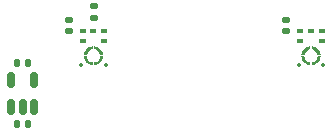
<source format=gbr>
%TF.GenerationSoftware,KiCad,Pcbnew,9.0.2-9.0.2-0~ubuntu24.10.1*%
%TF.CreationDate,2025-07-15T18:49:15-04:00*%
%TF.ProjectId,T5848,54353834-382e-46b6-9963-61645f706362,rev?*%
%TF.SameCoordinates,Original*%
%TF.FileFunction,Paste,Bot*%
%TF.FilePolarity,Positive*%
%FSLAX46Y46*%
G04 Gerber Fmt 4.6, Leading zero omitted, Abs format (unit mm)*
G04 Created by KiCad (PCBNEW 9.0.2-9.0.2-0~ubuntu24.10.1) date 2025-07-15 18:49:15*
%MOMM*%
%LPD*%
G01*
G04 APERTURE LIST*
G04 Aperture macros list*
%AMRoundRect*
0 Rectangle with rounded corners*
0 $1 Rounding radius*
0 $2 $3 $4 $5 $6 $7 $8 $9 X,Y pos of 4 corners*
0 Add a 4 corners polygon primitive as box body*
4,1,4,$2,$3,$4,$5,$6,$7,$8,$9,$2,$3,0*
0 Add four circle primitives for the rounded corners*
1,1,$1+$1,$2,$3*
1,1,$1+$1,$4,$5*
1,1,$1+$1,$6,$7*
1,1,$1+$1,$8,$9*
0 Add four rect primitives between the rounded corners*
20,1,$1+$1,$2,$3,$4,$5,0*
20,1,$1+$1,$4,$5,$6,$7,0*
20,1,$1+$1,$6,$7,$8,$9,0*
20,1,$1+$1,$8,$9,$2,$3,0*%
G04 Aperture macros list end*
%ADD10C,0.000000*%
%ADD11RoundRect,0.140000X0.170000X-0.140000X0.170000X0.140000X-0.170000X0.140000X-0.170000X-0.140000X0*%
%ADD12RoundRect,0.105500X0.144500X0.105500X-0.144500X0.105500X-0.144500X-0.105500X0.144500X-0.105500X0*%
%ADD13RoundRect,0.067500X0.067500X0.067500X-0.067500X0.067500X-0.067500X-0.067500X0.067500X-0.067500X0*%
%ADD14RoundRect,0.140000X0.140000X0.170000X-0.140000X0.170000X-0.140000X-0.170000X0.140000X-0.170000X0*%
%ADD15RoundRect,0.135000X0.185000X-0.135000X0.185000X0.135000X-0.185000X0.135000X-0.185000X-0.135000X0*%
%ADD16RoundRect,0.150000X0.150000X-0.512500X0.150000X0.512500X-0.150000X0.512500X-0.150000X-0.512500X0*%
G04 APERTURE END LIST*
D10*
%TO.C,MK2*%
G36*
X157170700Y-105869800D02*
G01*
X157212900Y-105973200D01*
X157274700Y-106066300D01*
X157353700Y-106145300D01*
X157446800Y-106207100D01*
X157550200Y-106249300D01*
X157660000Y-106270300D01*
X157660000Y-106521000D01*
X157494500Y-106493400D01*
X157338300Y-106432500D01*
X157197800Y-106340800D01*
X157079200Y-106222200D01*
X156987500Y-106081700D01*
X156926600Y-105925500D01*
X156899000Y-105760000D01*
X157149700Y-105760000D01*
X157170700Y-105869800D01*
G37*
G36*
X157660000Y-105149700D02*
G01*
X157550200Y-105170700D01*
X157446800Y-105212900D01*
X157353700Y-105274700D01*
X157274700Y-105353700D01*
X157212900Y-105446800D01*
X157170700Y-105550200D01*
X157149700Y-105660000D01*
X156899000Y-105660000D01*
X156926600Y-105494500D01*
X156987500Y-105338300D01*
X157079200Y-105197800D01*
X157197800Y-105079200D01*
X157338300Y-104987500D01*
X157494500Y-104926600D01*
X157660000Y-104899000D01*
X157660000Y-105149700D01*
G37*
G36*
X158493400Y-105925500D02*
G01*
X158432500Y-106081700D01*
X158340800Y-106222200D01*
X158222200Y-106340800D01*
X158081700Y-106432500D01*
X157925500Y-106493400D01*
X157760000Y-106521000D01*
X157760000Y-106270300D01*
X157869800Y-106249300D01*
X157973200Y-106207100D01*
X158066300Y-106145300D01*
X158145300Y-106066300D01*
X158207100Y-105973200D01*
X158249300Y-105869800D01*
X158270300Y-105760000D01*
X158521000Y-105760000D01*
X158493400Y-105925500D01*
G37*
G36*
X157925500Y-104926600D02*
G01*
X158081700Y-104987500D01*
X158222200Y-105079200D01*
X158340800Y-105197800D01*
X158432500Y-105338300D01*
X158493400Y-105494500D01*
X158521000Y-105660000D01*
X158270300Y-105660000D01*
X158249300Y-105550200D01*
X158207100Y-105446800D01*
X158145300Y-105353700D01*
X158066300Y-105274700D01*
X157973200Y-105212900D01*
X157869800Y-105170700D01*
X157760000Y-105149700D01*
X157760000Y-104899000D01*
X157925500Y-104926600D01*
G37*
%TO.C,MK1*%
G36*
X138750700Y-105869800D02*
G01*
X138792900Y-105973200D01*
X138854700Y-106066300D01*
X138933700Y-106145300D01*
X139026800Y-106207100D01*
X139130200Y-106249300D01*
X139240000Y-106270300D01*
X139240000Y-106521000D01*
X139074500Y-106493400D01*
X138918300Y-106432500D01*
X138777800Y-106340800D01*
X138659200Y-106222200D01*
X138567500Y-106081700D01*
X138506600Y-105925500D01*
X138479000Y-105760000D01*
X138729700Y-105760000D01*
X138750700Y-105869800D01*
G37*
G36*
X139240000Y-105149700D02*
G01*
X139130200Y-105170700D01*
X139026800Y-105212900D01*
X138933700Y-105274700D01*
X138854700Y-105353700D01*
X138792900Y-105446800D01*
X138750700Y-105550200D01*
X138729700Y-105660000D01*
X138479000Y-105660000D01*
X138506600Y-105494500D01*
X138567500Y-105338300D01*
X138659200Y-105197800D01*
X138777800Y-105079200D01*
X138918300Y-104987500D01*
X139074500Y-104926600D01*
X139240000Y-104899000D01*
X139240000Y-105149700D01*
G37*
G36*
X140073400Y-105925500D02*
G01*
X140012500Y-106081700D01*
X139920800Y-106222200D01*
X139802200Y-106340800D01*
X139661700Y-106432500D01*
X139505500Y-106493400D01*
X139340000Y-106521000D01*
X139340000Y-106270300D01*
X139449800Y-106249300D01*
X139553200Y-106207100D01*
X139646300Y-106145300D01*
X139725300Y-106066300D01*
X139787100Y-105973200D01*
X139829300Y-105869800D01*
X139850300Y-105760000D01*
X140101000Y-105760000D01*
X140073400Y-105925500D01*
G37*
G36*
X139505500Y-104926600D02*
G01*
X139661700Y-104987500D01*
X139802200Y-105079200D01*
X139920800Y-105197800D01*
X140012500Y-105338300D01*
X140073400Y-105494500D01*
X140101000Y-105660000D01*
X139850300Y-105660000D01*
X139829300Y-105550200D01*
X139787100Y-105446800D01*
X139725300Y-105353700D01*
X139646300Y-105274700D01*
X139553200Y-105212900D01*
X139449800Y-105170700D01*
X139340000Y-105149700D01*
X139340000Y-104899000D01*
X139505500Y-104926600D01*
G37*
%TD*%
D11*
%TO.C,C4*%
X155600000Y-103640000D03*
X155600000Y-102680000D03*
%TD*%
%TO.C,C3*%
X137180000Y-103640000D03*
X137180000Y-102680000D03*
%TD*%
D12*
%TO.C,MK2*%
X158610000Y-103636000D03*
X158610000Y-104458000D03*
D13*
X158760000Y-106475000D03*
X156660000Y-106475000D03*
D12*
X156810000Y-104458000D03*
X156810000Y-103636000D03*
X157710000Y-103636000D03*
%TD*%
D14*
%TO.C,C2*%
X133780000Y-106300000D03*
X132820000Y-106300000D03*
%TD*%
D15*
%TO.C,R1*%
X139300000Y-102510001D03*
X139300000Y-101489999D03*
%TD*%
D16*
%TO.C,U2*%
X134249999Y-110037500D03*
X133300000Y-110037500D03*
X132350000Y-110037501D03*
X132350001Y-107762500D03*
X134250000Y-107762499D03*
%TD*%
D14*
%TO.C,C1*%
X133780000Y-111500000D03*
X132820000Y-111500000D03*
%TD*%
D12*
%TO.C,MK1*%
X140190000Y-103636000D03*
X140190000Y-104458000D03*
D13*
X140340000Y-106475000D03*
X138240000Y-106475000D03*
D12*
X138390000Y-104458000D03*
X138390000Y-103636000D03*
X139290000Y-103636000D03*
%TD*%
M02*

</source>
